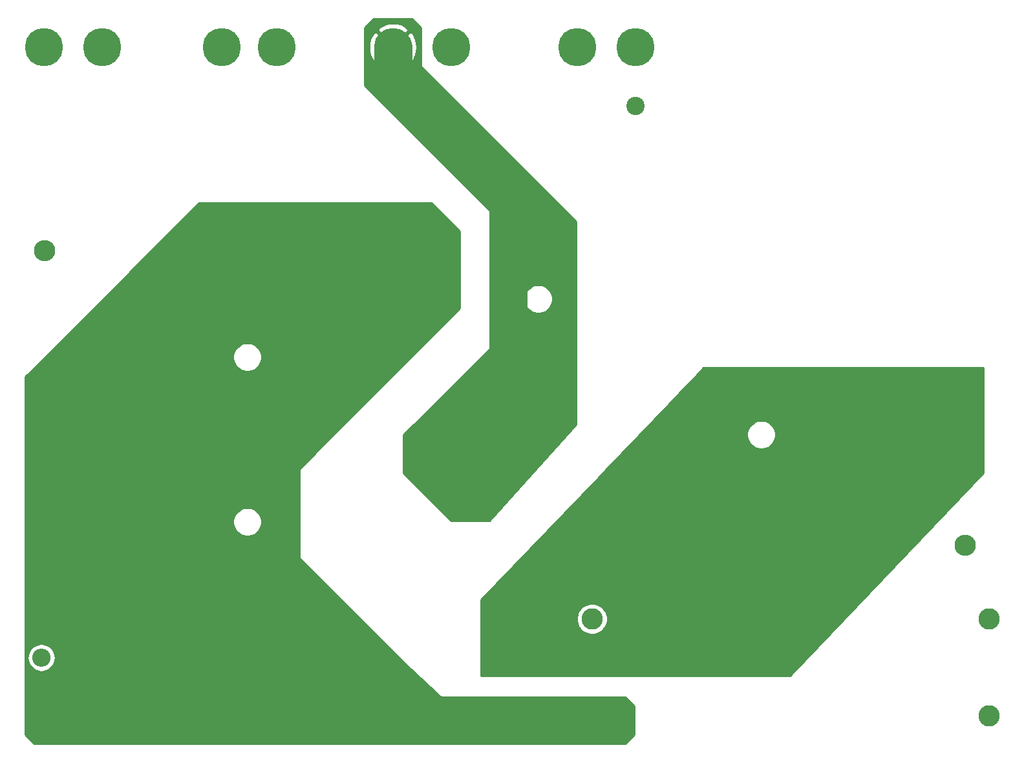
<source format=gbr>
G04 #@! TF.GenerationSoftware,KiCad,Pcbnew,(5.1.4)-1*
G04 #@! TF.CreationDate,2019-12-15T01:31:19-05:00*
G04 #@! TF.ProjectId,SolsticeXOver,536f6c73-7469-4636-9558-4f7665722e6b,rev?*
G04 #@! TF.SameCoordinates,Original*
G04 #@! TF.FileFunction,Copper,L1,Top*
G04 #@! TF.FilePolarity,Positive*
%FSLAX46Y46*%
G04 Gerber Fmt 4.6, Leading zero omitted, Abs format (unit mm)*
G04 Created by KiCad (PCBNEW (5.1.4)-1) date 2019-12-15 01:31:19*
%MOMM*%
%LPD*%
G04 APERTURE LIST*
%ADD10C,2.800000*%
%ADD11O,2.800000X2.800000*%
%ADD12C,2.400000*%
%ADD13O,2.400000X2.400000*%
%ADD14R,2.800000X2.800000*%
%ADD15R,2.400000X2.400000*%
%ADD16C,5.000000*%
%ADD17C,5.000000*%
%ADD18C,0.254000*%
G04 APERTURE END LIST*
D10*
X189230000Y-89640000D03*
D11*
X189230000Y-109740000D03*
D12*
X146050000Y-52150000D03*
D13*
X146050000Y-100150000D03*
D10*
X140370000Y-132080000D03*
X192370000Y-132080000D03*
X192370000Y-119380000D03*
X140370000Y-119380000D03*
D13*
X121700000Y-96520000D03*
D12*
X68700000Y-96520000D03*
D14*
X120650000Y-71120000D03*
D11*
X68650000Y-71120000D03*
D15*
X128270000Y-124460000D03*
D13*
X68270000Y-124460000D03*
D16*
X68580000Y-44450000D03*
X76200000Y-44450000D03*
X146050000Y-44450000D03*
X91875001Y-44455001D03*
X138430000Y-44450000D03*
X99060000Y-44450000D03*
X121920000Y-44450000D03*
X114300000Y-44450000D03*
D17*
X68700000Y-96520000D02*
X99650000Y-96520000D01*
X99650000Y-96520000D02*
X100330000Y-96520000D01*
X120650000Y-77520000D02*
X120650000Y-71120000D01*
X101650000Y-96520000D02*
X120650000Y-77520000D01*
X99650000Y-96520000D02*
X101650000Y-96520000D01*
X99650000Y-96520000D02*
X99650000Y-112350000D01*
X99650000Y-112350000D02*
X119380000Y-132080000D01*
X119380000Y-132080000D02*
X140370000Y-132080000D01*
X128270000Y-117930000D02*
X146050000Y-100150000D01*
X147429999Y-98950001D02*
X156740000Y-89640000D01*
X147249999Y-98950001D02*
X147429999Y-98950001D01*
X146050000Y-100150000D02*
X147249999Y-98950001D01*
X128270000Y-124460000D02*
X128270000Y-117930000D01*
X156740000Y-89640000D02*
X189230000Y-89640000D01*
X129399999Y-88820001D02*
X121700000Y-96520000D01*
X129399999Y-64629999D02*
X129399999Y-88820001D01*
X114300000Y-44450000D02*
X114300000Y-49530000D01*
X114300000Y-49530000D02*
X129399999Y-64629999D01*
D18*
G36*
X123063000Y-68632606D02*
G01*
X123063000Y-78687394D01*
X101510197Y-100240197D01*
X101494403Y-100259443D01*
X101482667Y-100281399D01*
X101475440Y-100305224D01*
X101473000Y-100330000D01*
X101473000Y-111760000D01*
X101475440Y-111784776D01*
X101482667Y-111808601D01*
X101494403Y-111830557D01*
X101513346Y-111852844D01*
X120563346Y-129632844D01*
X120583124Y-129647965D01*
X120605472Y-129658938D01*
X120629531Y-129665340D01*
X120650000Y-129667000D01*
X144727394Y-129667000D01*
X145923000Y-130862606D01*
X145923000Y-134567394D01*
X144727394Y-135763000D01*
X67362606Y-135763000D01*
X66167000Y-134567394D01*
X66167000Y-133500447D01*
X139129158Y-133500447D01*
X139273135Y-133805770D01*
X139630892Y-133986597D01*
X140017053Y-134094155D01*
X140416777Y-134124310D01*
X140814704Y-134075904D01*
X141195540Y-133950795D01*
X141466865Y-133805770D01*
X141610842Y-133500447D01*
X140370000Y-132259605D01*
X139129158Y-133500447D01*
X66167000Y-133500447D01*
X66167000Y-132126777D01*
X138325690Y-132126777D01*
X138374096Y-132524704D01*
X138499205Y-132905540D01*
X138644230Y-133176865D01*
X138949553Y-133320842D01*
X140190395Y-132080000D01*
X140549605Y-132080000D01*
X141790447Y-133320842D01*
X142095770Y-133176865D01*
X142276597Y-132819108D01*
X142384155Y-132432947D01*
X142414310Y-132033223D01*
X142365904Y-131635296D01*
X142240795Y-131254460D01*
X142095770Y-130983135D01*
X141790447Y-130839158D01*
X140549605Y-132080000D01*
X140190395Y-132080000D01*
X138949553Y-130839158D01*
X138644230Y-130983135D01*
X138463403Y-131340892D01*
X138355845Y-131727053D01*
X138325690Y-132126777D01*
X66167000Y-132126777D01*
X66167000Y-130659553D01*
X139129158Y-130659553D01*
X140370000Y-131900395D01*
X141610842Y-130659553D01*
X141466865Y-130354230D01*
X141109108Y-130173403D01*
X140722947Y-130065845D01*
X140323223Y-130035690D01*
X139925296Y-130084096D01*
X139544460Y-130209205D01*
X139273135Y-130354230D01*
X139129158Y-130659553D01*
X66167000Y-130659553D01*
X66167000Y-124460000D01*
X66426122Y-124460000D01*
X66461552Y-124819723D01*
X66566479Y-125165622D01*
X66736871Y-125484404D01*
X66966181Y-125763819D01*
X67245596Y-125993129D01*
X67564378Y-126163521D01*
X67910277Y-126268448D01*
X68179861Y-126295000D01*
X68360139Y-126295000D01*
X68629723Y-126268448D01*
X68975622Y-126163521D01*
X69294404Y-125993129D01*
X69573819Y-125763819D01*
X69803129Y-125484404D01*
X69973521Y-125165622D01*
X70078448Y-124819723D01*
X70113878Y-124460000D01*
X70078448Y-124100277D01*
X69973521Y-123754378D01*
X69803129Y-123435596D01*
X69573819Y-123156181D01*
X69294404Y-122926871D01*
X68975622Y-122756479D01*
X68629723Y-122651552D01*
X68360139Y-122625000D01*
X68179861Y-122625000D01*
X67910277Y-122651552D01*
X67564378Y-122756479D01*
X67245596Y-122926871D01*
X66966181Y-123156181D01*
X66736871Y-123435596D01*
X66566479Y-123754378D01*
X66461552Y-124100277D01*
X66426122Y-124460000D01*
X66167000Y-124460000D01*
X66167000Y-106494344D01*
X93365000Y-106494344D01*
X93365000Y-106865656D01*
X93437439Y-107229834D01*
X93579534Y-107572882D01*
X93785825Y-107881618D01*
X94048382Y-108144175D01*
X94357118Y-108350466D01*
X94700166Y-108492561D01*
X95064344Y-108565000D01*
X95435656Y-108565000D01*
X95799834Y-108492561D01*
X96142882Y-108350466D01*
X96451618Y-108144175D01*
X96714175Y-107881618D01*
X96920466Y-107572882D01*
X97062561Y-107229834D01*
X97135000Y-106865656D01*
X97135000Y-106494344D01*
X97062561Y-106130166D01*
X96920466Y-105787118D01*
X96714175Y-105478382D01*
X96451618Y-105215825D01*
X96142882Y-105009534D01*
X95799834Y-104867439D01*
X95435656Y-104795000D01*
X95064344Y-104795000D01*
X94700166Y-104867439D01*
X94357118Y-105009534D01*
X94048382Y-105215825D01*
X93785825Y-105478382D01*
X93579534Y-105787118D01*
X93437439Y-106130166D01*
X93365000Y-106494344D01*
X66167000Y-106494344D01*
X66167000Y-97797980D01*
X67601626Y-97797980D01*
X67721514Y-98082836D01*
X68045210Y-98243699D01*
X68394069Y-98338322D01*
X68754684Y-98363067D01*
X69113198Y-98316985D01*
X69455833Y-98201846D01*
X69678486Y-98082836D01*
X69798374Y-97797980D01*
X68700000Y-96699605D01*
X67601626Y-97797980D01*
X66167000Y-97797980D01*
X66167000Y-96574684D01*
X66856933Y-96574684D01*
X66903015Y-96933198D01*
X67018154Y-97275833D01*
X67137164Y-97498486D01*
X67422020Y-97618374D01*
X68520395Y-96520000D01*
X68879605Y-96520000D01*
X69977980Y-97618374D01*
X70262836Y-97498486D01*
X70423699Y-97174790D01*
X70518322Y-96825931D01*
X70543067Y-96465316D01*
X70496985Y-96106802D01*
X70381846Y-95764167D01*
X70262836Y-95541514D01*
X69977980Y-95421626D01*
X68879605Y-96520000D01*
X68520395Y-96520000D01*
X67422020Y-95421626D01*
X67137164Y-95541514D01*
X66976301Y-95865210D01*
X66881678Y-96214069D01*
X66856933Y-96574684D01*
X66167000Y-96574684D01*
X66167000Y-95242020D01*
X67601626Y-95242020D01*
X68700000Y-96340395D01*
X69798374Y-95242020D01*
X69678486Y-94957164D01*
X69354790Y-94796301D01*
X69005931Y-94701678D01*
X68645316Y-94676933D01*
X68286802Y-94723015D01*
X67944167Y-94838154D01*
X67721514Y-94957164D01*
X67601626Y-95242020D01*
X66167000Y-95242020D01*
X66167000Y-87682606D01*
X68945262Y-84904344D01*
X93365000Y-84904344D01*
X93365000Y-85275656D01*
X93437439Y-85639834D01*
X93579534Y-85982882D01*
X93785825Y-86291618D01*
X94048382Y-86554175D01*
X94357118Y-86760466D01*
X94700166Y-86902561D01*
X95064344Y-86975000D01*
X95435656Y-86975000D01*
X95799834Y-86902561D01*
X96142882Y-86760466D01*
X96451618Y-86554175D01*
X96714175Y-86291618D01*
X96920466Y-85982882D01*
X97062561Y-85639834D01*
X97135000Y-85275656D01*
X97135000Y-84904344D01*
X97062561Y-84540166D01*
X96920466Y-84197118D01*
X96714175Y-83888382D01*
X96451618Y-83625825D01*
X96142882Y-83419534D01*
X95799834Y-83277439D01*
X95435656Y-83205000D01*
X95064344Y-83205000D01*
X94700166Y-83277439D01*
X94357118Y-83419534D01*
X94048382Y-83625825D01*
X93785825Y-83888382D01*
X93579534Y-84197118D01*
X93437439Y-84540166D01*
X93365000Y-84904344D01*
X68945262Y-84904344D01*
X81329606Y-72520000D01*
X118611928Y-72520000D01*
X118624188Y-72644482D01*
X118660498Y-72764180D01*
X118719463Y-72874494D01*
X118798815Y-72971185D01*
X118895506Y-73050537D01*
X119005820Y-73109502D01*
X119125518Y-73145812D01*
X119250000Y-73158072D01*
X120364250Y-73155000D01*
X120523000Y-72996250D01*
X120523000Y-71247000D01*
X120777000Y-71247000D01*
X120777000Y-72996250D01*
X120935750Y-73155000D01*
X122050000Y-73158072D01*
X122174482Y-73145812D01*
X122294180Y-73109502D01*
X122404494Y-73050537D01*
X122501185Y-72971185D01*
X122580537Y-72874494D01*
X122639502Y-72764180D01*
X122675812Y-72644482D01*
X122688072Y-72520000D01*
X122685000Y-71405750D01*
X122526250Y-71247000D01*
X120777000Y-71247000D01*
X120523000Y-71247000D01*
X118773750Y-71247000D01*
X118615000Y-71405750D01*
X118611928Y-72520000D01*
X81329606Y-72520000D01*
X84129606Y-69720000D01*
X118611928Y-69720000D01*
X118615000Y-70834250D01*
X118773750Y-70993000D01*
X120523000Y-70993000D01*
X120523000Y-69243750D01*
X120777000Y-69243750D01*
X120777000Y-70993000D01*
X122526250Y-70993000D01*
X122685000Y-70834250D01*
X122688072Y-69720000D01*
X122675812Y-69595518D01*
X122639502Y-69475820D01*
X122580537Y-69365506D01*
X122501185Y-69268815D01*
X122404494Y-69189463D01*
X122294180Y-69130498D01*
X122174482Y-69094188D01*
X122050000Y-69081928D01*
X120935750Y-69085000D01*
X120777000Y-69243750D01*
X120523000Y-69243750D01*
X120364250Y-69085000D01*
X119250000Y-69081928D01*
X119125518Y-69094188D01*
X119005820Y-69130498D01*
X118895506Y-69189463D01*
X118798815Y-69268815D01*
X118719463Y-69365506D01*
X118660498Y-69475820D01*
X118624188Y-69595518D01*
X118611928Y-69720000D01*
X84129606Y-69720000D01*
X88952606Y-64897000D01*
X119327394Y-64897000D01*
X123063000Y-68632606D01*
X123063000Y-68632606D01*
G37*
X123063000Y-68632606D02*
X123063000Y-78687394D01*
X101510197Y-100240197D01*
X101494403Y-100259443D01*
X101482667Y-100281399D01*
X101475440Y-100305224D01*
X101473000Y-100330000D01*
X101473000Y-111760000D01*
X101475440Y-111784776D01*
X101482667Y-111808601D01*
X101494403Y-111830557D01*
X101513346Y-111852844D01*
X120563346Y-129632844D01*
X120583124Y-129647965D01*
X120605472Y-129658938D01*
X120629531Y-129665340D01*
X120650000Y-129667000D01*
X144727394Y-129667000D01*
X145923000Y-130862606D01*
X145923000Y-134567394D01*
X144727394Y-135763000D01*
X67362606Y-135763000D01*
X66167000Y-134567394D01*
X66167000Y-133500447D01*
X139129158Y-133500447D01*
X139273135Y-133805770D01*
X139630892Y-133986597D01*
X140017053Y-134094155D01*
X140416777Y-134124310D01*
X140814704Y-134075904D01*
X141195540Y-133950795D01*
X141466865Y-133805770D01*
X141610842Y-133500447D01*
X140370000Y-132259605D01*
X139129158Y-133500447D01*
X66167000Y-133500447D01*
X66167000Y-132126777D01*
X138325690Y-132126777D01*
X138374096Y-132524704D01*
X138499205Y-132905540D01*
X138644230Y-133176865D01*
X138949553Y-133320842D01*
X140190395Y-132080000D01*
X140549605Y-132080000D01*
X141790447Y-133320842D01*
X142095770Y-133176865D01*
X142276597Y-132819108D01*
X142384155Y-132432947D01*
X142414310Y-132033223D01*
X142365904Y-131635296D01*
X142240795Y-131254460D01*
X142095770Y-130983135D01*
X141790447Y-130839158D01*
X140549605Y-132080000D01*
X140190395Y-132080000D01*
X138949553Y-130839158D01*
X138644230Y-130983135D01*
X138463403Y-131340892D01*
X138355845Y-131727053D01*
X138325690Y-132126777D01*
X66167000Y-132126777D01*
X66167000Y-130659553D01*
X139129158Y-130659553D01*
X140370000Y-131900395D01*
X141610842Y-130659553D01*
X141466865Y-130354230D01*
X141109108Y-130173403D01*
X140722947Y-130065845D01*
X140323223Y-130035690D01*
X139925296Y-130084096D01*
X139544460Y-130209205D01*
X139273135Y-130354230D01*
X139129158Y-130659553D01*
X66167000Y-130659553D01*
X66167000Y-124460000D01*
X66426122Y-124460000D01*
X66461552Y-124819723D01*
X66566479Y-125165622D01*
X66736871Y-125484404D01*
X66966181Y-125763819D01*
X67245596Y-125993129D01*
X67564378Y-126163521D01*
X67910277Y-126268448D01*
X68179861Y-126295000D01*
X68360139Y-126295000D01*
X68629723Y-126268448D01*
X68975622Y-126163521D01*
X69294404Y-125993129D01*
X69573819Y-125763819D01*
X69803129Y-125484404D01*
X69973521Y-125165622D01*
X70078448Y-124819723D01*
X70113878Y-124460000D01*
X70078448Y-124100277D01*
X69973521Y-123754378D01*
X69803129Y-123435596D01*
X69573819Y-123156181D01*
X69294404Y-122926871D01*
X68975622Y-122756479D01*
X68629723Y-122651552D01*
X68360139Y-122625000D01*
X68179861Y-122625000D01*
X67910277Y-122651552D01*
X67564378Y-122756479D01*
X67245596Y-122926871D01*
X66966181Y-123156181D01*
X66736871Y-123435596D01*
X66566479Y-123754378D01*
X66461552Y-124100277D01*
X66426122Y-124460000D01*
X66167000Y-124460000D01*
X66167000Y-106494344D01*
X93365000Y-106494344D01*
X93365000Y-106865656D01*
X93437439Y-107229834D01*
X93579534Y-107572882D01*
X93785825Y-107881618D01*
X94048382Y-108144175D01*
X94357118Y-108350466D01*
X94700166Y-108492561D01*
X95064344Y-108565000D01*
X95435656Y-108565000D01*
X95799834Y-108492561D01*
X96142882Y-108350466D01*
X96451618Y-108144175D01*
X96714175Y-107881618D01*
X96920466Y-107572882D01*
X97062561Y-107229834D01*
X97135000Y-106865656D01*
X97135000Y-106494344D01*
X97062561Y-106130166D01*
X96920466Y-105787118D01*
X96714175Y-105478382D01*
X96451618Y-105215825D01*
X96142882Y-105009534D01*
X95799834Y-104867439D01*
X95435656Y-104795000D01*
X95064344Y-104795000D01*
X94700166Y-104867439D01*
X94357118Y-105009534D01*
X94048382Y-105215825D01*
X93785825Y-105478382D01*
X93579534Y-105787118D01*
X93437439Y-106130166D01*
X93365000Y-106494344D01*
X66167000Y-106494344D01*
X66167000Y-97797980D01*
X67601626Y-97797980D01*
X67721514Y-98082836D01*
X68045210Y-98243699D01*
X68394069Y-98338322D01*
X68754684Y-98363067D01*
X69113198Y-98316985D01*
X69455833Y-98201846D01*
X69678486Y-98082836D01*
X69798374Y-97797980D01*
X68700000Y-96699605D01*
X67601626Y-97797980D01*
X66167000Y-97797980D01*
X66167000Y-96574684D01*
X66856933Y-96574684D01*
X66903015Y-96933198D01*
X67018154Y-97275833D01*
X67137164Y-97498486D01*
X67422020Y-97618374D01*
X68520395Y-96520000D01*
X68879605Y-96520000D01*
X69977980Y-97618374D01*
X70262836Y-97498486D01*
X70423699Y-97174790D01*
X70518322Y-96825931D01*
X70543067Y-96465316D01*
X70496985Y-96106802D01*
X70381846Y-95764167D01*
X70262836Y-95541514D01*
X69977980Y-95421626D01*
X68879605Y-96520000D01*
X68520395Y-96520000D01*
X67422020Y-95421626D01*
X67137164Y-95541514D01*
X66976301Y-95865210D01*
X66881678Y-96214069D01*
X66856933Y-96574684D01*
X66167000Y-96574684D01*
X66167000Y-95242020D01*
X67601626Y-95242020D01*
X68700000Y-96340395D01*
X69798374Y-95242020D01*
X69678486Y-94957164D01*
X69354790Y-94796301D01*
X69005931Y-94701678D01*
X68645316Y-94676933D01*
X68286802Y-94723015D01*
X67944167Y-94838154D01*
X67721514Y-94957164D01*
X67601626Y-95242020D01*
X66167000Y-95242020D01*
X66167000Y-87682606D01*
X68945262Y-84904344D01*
X93365000Y-84904344D01*
X93365000Y-85275656D01*
X93437439Y-85639834D01*
X93579534Y-85982882D01*
X93785825Y-86291618D01*
X94048382Y-86554175D01*
X94357118Y-86760466D01*
X94700166Y-86902561D01*
X95064344Y-86975000D01*
X95435656Y-86975000D01*
X95799834Y-86902561D01*
X96142882Y-86760466D01*
X96451618Y-86554175D01*
X96714175Y-86291618D01*
X96920466Y-85982882D01*
X97062561Y-85639834D01*
X97135000Y-85275656D01*
X97135000Y-84904344D01*
X97062561Y-84540166D01*
X96920466Y-84197118D01*
X96714175Y-83888382D01*
X96451618Y-83625825D01*
X96142882Y-83419534D01*
X95799834Y-83277439D01*
X95435656Y-83205000D01*
X95064344Y-83205000D01*
X94700166Y-83277439D01*
X94357118Y-83419534D01*
X94048382Y-83625825D01*
X93785825Y-83888382D01*
X93579534Y-84197118D01*
X93437439Y-84540166D01*
X93365000Y-84904344D01*
X68945262Y-84904344D01*
X81329606Y-72520000D01*
X118611928Y-72520000D01*
X118624188Y-72644482D01*
X118660498Y-72764180D01*
X118719463Y-72874494D01*
X118798815Y-72971185D01*
X118895506Y-73050537D01*
X119005820Y-73109502D01*
X119125518Y-73145812D01*
X119250000Y-73158072D01*
X120364250Y-73155000D01*
X120523000Y-72996250D01*
X120523000Y-71247000D01*
X120777000Y-71247000D01*
X120777000Y-72996250D01*
X120935750Y-73155000D01*
X122050000Y-73158072D01*
X122174482Y-73145812D01*
X122294180Y-73109502D01*
X122404494Y-73050537D01*
X122501185Y-72971185D01*
X122580537Y-72874494D01*
X122639502Y-72764180D01*
X122675812Y-72644482D01*
X122688072Y-72520000D01*
X122685000Y-71405750D01*
X122526250Y-71247000D01*
X120777000Y-71247000D01*
X120523000Y-71247000D01*
X118773750Y-71247000D01*
X118615000Y-71405750D01*
X118611928Y-72520000D01*
X81329606Y-72520000D01*
X84129606Y-69720000D01*
X118611928Y-69720000D01*
X118615000Y-70834250D01*
X118773750Y-70993000D01*
X120523000Y-70993000D01*
X120523000Y-69243750D01*
X120777000Y-69243750D01*
X120777000Y-70993000D01*
X122526250Y-70993000D01*
X122685000Y-70834250D01*
X122688072Y-69720000D01*
X122675812Y-69595518D01*
X122639502Y-69475820D01*
X122580537Y-69365506D01*
X122501185Y-69268815D01*
X122404494Y-69189463D01*
X122294180Y-69130498D01*
X122174482Y-69094188D01*
X122050000Y-69081928D01*
X120935750Y-69085000D01*
X120777000Y-69243750D01*
X120523000Y-69243750D01*
X120364250Y-69085000D01*
X119250000Y-69081928D01*
X119125518Y-69094188D01*
X119005820Y-69130498D01*
X118895506Y-69189463D01*
X118798815Y-69268815D01*
X118719463Y-69365506D01*
X118660498Y-69475820D01*
X118624188Y-69595518D01*
X118611928Y-69720000D01*
X84129606Y-69720000D01*
X88952606Y-64897000D01*
X119327394Y-64897000D01*
X123063000Y-68632606D01*
G36*
X191643000Y-100279200D02*
G01*
X166315571Y-126873000D01*
X125857000Y-126873000D01*
X125857000Y-125660000D01*
X126431928Y-125660000D01*
X126444188Y-125784482D01*
X126480498Y-125904180D01*
X126539463Y-126014494D01*
X126618815Y-126111185D01*
X126715506Y-126190537D01*
X126825820Y-126249502D01*
X126945518Y-126285812D01*
X127070000Y-126298072D01*
X127984250Y-126295000D01*
X128143000Y-126136250D01*
X128143000Y-124587000D01*
X128397000Y-124587000D01*
X128397000Y-126136250D01*
X128555750Y-126295000D01*
X129470000Y-126298072D01*
X129594482Y-126285812D01*
X129714180Y-126249502D01*
X129824494Y-126190537D01*
X129921185Y-126111185D01*
X130000537Y-126014494D01*
X130059502Y-125904180D01*
X130095812Y-125784482D01*
X130108072Y-125660000D01*
X130105000Y-124745750D01*
X129946250Y-124587000D01*
X128397000Y-124587000D01*
X128143000Y-124587000D01*
X126593750Y-124587000D01*
X126435000Y-124745750D01*
X126431928Y-125660000D01*
X125857000Y-125660000D01*
X125857000Y-123260000D01*
X126431928Y-123260000D01*
X126435000Y-124174250D01*
X126593750Y-124333000D01*
X128143000Y-124333000D01*
X128143000Y-122783750D01*
X128397000Y-122783750D01*
X128397000Y-124333000D01*
X129946250Y-124333000D01*
X130105000Y-124174250D01*
X130108072Y-123260000D01*
X130095812Y-123135518D01*
X130059502Y-123015820D01*
X130000537Y-122905506D01*
X129921185Y-122808815D01*
X129824494Y-122729463D01*
X129714180Y-122670498D01*
X129594482Y-122634188D01*
X129470000Y-122621928D01*
X128555750Y-122625000D01*
X128397000Y-122783750D01*
X128143000Y-122783750D01*
X127984250Y-122625000D01*
X127070000Y-122621928D01*
X126945518Y-122634188D01*
X126825820Y-122670498D01*
X126715506Y-122729463D01*
X126618815Y-122808815D01*
X126539463Y-122905506D01*
X126480498Y-123015820D01*
X126444188Y-123135518D01*
X126431928Y-123260000D01*
X125857000Y-123260000D01*
X125857000Y-119179570D01*
X138335000Y-119179570D01*
X138335000Y-119580430D01*
X138413204Y-119973587D01*
X138566607Y-120343934D01*
X138789313Y-120677237D01*
X139072763Y-120960687D01*
X139406066Y-121183393D01*
X139776413Y-121336796D01*
X140169570Y-121415000D01*
X140570430Y-121415000D01*
X140963587Y-121336796D01*
X141333934Y-121183393D01*
X141667237Y-120960687D01*
X141950687Y-120677237D01*
X142173393Y-120343934D01*
X142326796Y-119973587D01*
X142405000Y-119580430D01*
X142405000Y-119179570D01*
X142326796Y-118786413D01*
X142173393Y-118416066D01*
X141950687Y-118082763D01*
X141667237Y-117799313D01*
X141333934Y-117576607D01*
X140963587Y-117423204D01*
X140570430Y-117345000D01*
X140169570Y-117345000D01*
X139776413Y-117423204D01*
X139406066Y-117576607D01*
X139072763Y-117799313D01*
X138789313Y-118082763D01*
X138566607Y-118416066D01*
X138413204Y-118786413D01*
X138335000Y-119179570D01*
X125857000Y-119179570D01*
X125857000Y-116891030D01*
X141505839Y-100561806D01*
X144261801Y-100561806D01*
X144376500Y-100902754D01*
X144555511Y-101214774D01*
X144791954Y-101485875D01*
X145076743Y-101705639D01*
X145398934Y-101865621D01*
X145638195Y-101938195D01*
X145923000Y-101821432D01*
X145923000Y-100277000D01*
X146177000Y-100277000D01*
X146177000Y-101821432D01*
X146461805Y-101938195D01*
X146701066Y-101865621D01*
X147023257Y-101705639D01*
X147308046Y-101485875D01*
X147544489Y-101214774D01*
X147723500Y-100902754D01*
X147838199Y-100561806D01*
X147721854Y-100277000D01*
X146177000Y-100277000D01*
X145923000Y-100277000D01*
X144378146Y-100277000D01*
X144261801Y-100561806D01*
X141505839Y-100561806D01*
X142295133Y-99738194D01*
X144261801Y-99738194D01*
X144378146Y-100023000D01*
X145923000Y-100023000D01*
X145923000Y-98478568D01*
X146177000Y-98478568D01*
X146177000Y-100023000D01*
X147721854Y-100023000D01*
X147838199Y-99738194D01*
X147723500Y-99397246D01*
X147544489Y-99085226D01*
X147308046Y-98814125D01*
X147023257Y-98594361D01*
X146701066Y-98434379D01*
X146461805Y-98361805D01*
X146177000Y-98478568D01*
X145923000Y-98478568D01*
X145638195Y-98361805D01*
X145398934Y-98434379D01*
X145076743Y-98594361D01*
X144791954Y-98814125D01*
X144555511Y-99085226D01*
X144376500Y-99397246D01*
X144261801Y-99738194D01*
X142295133Y-99738194D01*
X146774239Y-95064344D01*
X160675000Y-95064344D01*
X160675000Y-95435656D01*
X160747439Y-95799834D01*
X160889534Y-96142882D01*
X161095825Y-96451618D01*
X161358382Y-96714175D01*
X161667118Y-96920466D01*
X162010166Y-97062561D01*
X162374344Y-97135000D01*
X162745656Y-97135000D01*
X163109834Y-97062561D01*
X163452882Y-96920466D01*
X163761618Y-96714175D01*
X164024175Y-96451618D01*
X164230466Y-96142882D01*
X164372561Y-95799834D01*
X164445000Y-95435656D01*
X164445000Y-95064344D01*
X164372561Y-94700166D01*
X164230466Y-94357118D01*
X164024175Y-94048382D01*
X163761618Y-93785825D01*
X163452882Y-93579534D01*
X163109834Y-93437439D01*
X162745656Y-93365000D01*
X162374344Y-93365000D01*
X162010166Y-93437439D01*
X161667118Y-93579534D01*
X161358382Y-93785825D01*
X161095825Y-94048382D01*
X160889534Y-94357118D01*
X160747439Y-94700166D01*
X160675000Y-95064344D01*
X146774239Y-95064344D01*
X150611307Y-91060447D01*
X187989158Y-91060447D01*
X188133135Y-91365770D01*
X188490892Y-91546597D01*
X188877053Y-91654155D01*
X189276777Y-91684310D01*
X189674704Y-91635904D01*
X190055540Y-91510795D01*
X190326865Y-91365770D01*
X190470842Y-91060447D01*
X189230000Y-89819605D01*
X187989158Y-91060447D01*
X150611307Y-91060447D01*
X151927741Y-89686777D01*
X187185690Y-89686777D01*
X187234096Y-90084704D01*
X187359205Y-90465540D01*
X187504230Y-90736865D01*
X187809553Y-90880842D01*
X189050395Y-89640000D01*
X189409605Y-89640000D01*
X190650447Y-90880842D01*
X190955770Y-90736865D01*
X191136597Y-90379108D01*
X191244155Y-89992947D01*
X191274310Y-89593223D01*
X191225904Y-89195296D01*
X191100795Y-88814460D01*
X190955770Y-88543135D01*
X190650447Y-88399158D01*
X189409605Y-89640000D01*
X189050395Y-89640000D01*
X187809553Y-88399158D01*
X187504230Y-88543135D01*
X187323403Y-88900892D01*
X187215845Y-89287053D01*
X187185690Y-89686777D01*
X151927741Y-89686777D01*
X153333831Y-88219553D01*
X187989158Y-88219553D01*
X189230000Y-89460395D01*
X190470842Y-88219553D01*
X190326865Y-87914230D01*
X189969108Y-87733403D01*
X189582947Y-87625845D01*
X189183223Y-87595690D01*
X188785296Y-87644096D01*
X188404460Y-87769205D01*
X188133135Y-87914230D01*
X187989158Y-88219553D01*
X153333831Y-88219553D01*
X154994195Y-86487000D01*
X191643000Y-86487000D01*
X191643000Y-100279200D01*
X191643000Y-100279200D01*
G37*
X191643000Y-100279200D02*
X166315571Y-126873000D01*
X125857000Y-126873000D01*
X125857000Y-125660000D01*
X126431928Y-125660000D01*
X126444188Y-125784482D01*
X126480498Y-125904180D01*
X126539463Y-126014494D01*
X126618815Y-126111185D01*
X126715506Y-126190537D01*
X126825820Y-126249502D01*
X126945518Y-126285812D01*
X127070000Y-126298072D01*
X127984250Y-126295000D01*
X128143000Y-126136250D01*
X128143000Y-124587000D01*
X128397000Y-124587000D01*
X128397000Y-126136250D01*
X128555750Y-126295000D01*
X129470000Y-126298072D01*
X129594482Y-126285812D01*
X129714180Y-126249502D01*
X129824494Y-126190537D01*
X129921185Y-126111185D01*
X130000537Y-126014494D01*
X130059502Y-125904180D01*
X130095812Y-125784482D01*
X130108072Y-125660000D01*
X130105000Y-124745750D01*
X129946250Y-124587000D01*
X128397000Y-124587000D01*
X128143000Y-124587000D01*
X126593750Y-124587000D01*
X126435000Y-124745750D01*
X126431928Y-125660000D01*
X125857000Y-125660000D01*
X125857000Y-123260000D01*
X126431928Y-123260000D01*
X126435000Y-124174250D01*
X126593750Y-124333000D01*
X128143000Y-124333000D01*
X128143000Y-122783750D01*
X128397000Y-122783750D01*
X128397000Y-124333000D01*
X129946250Y-124333000D01*
X130105000Y-124174250D01*
X130108072Y-123260000D01*
X130095812Y-123135518D01*
X130059502Y-123015820D01*
X130000537Y-122905506D01*
X129921185Y-122808815D01*
X129824494Y-122729463D01*
X129714180Y-122670498D01*
X129594482Y-122634188D01*
X129470000Y-122621928D01*
X128555750Y-122625000D01*
X128397000Y-122783750D01*
X128143000Y-122783750D01*
X127984250Y-122625000D01*
X127070000Y-122621928D01*
X126945518Y-122634188D01*
X126825820Y-122670498D01*
X126715506Y-122729463D01*
X126618815Y-122808815D01*
X126539463Y-122905506D01*
X126480498Y-123015820D01*
X126444188Y-123135518D01*
X126431928Y-123260000D01*
X125857000Y-123260000D01*
X125857000Y-119179570D01*
X138335000Y-119179570D01*
X138335000Y-119580430D01*
X138413204Y-119973587D01*
X138566607Y-120343934D01*
X138789313Y-120677237D01*
X139072763Y-120960687D01*
X139406066Y-121183393D01*
X139776413Y-121336796D01*
X140169570Y-121415000D01*
X140570430Y-121415000D01*
X140963587Y-121336796D01*
X141333934Y-121183393D01*
X141667237Y-120960687D01*
X141950687Y-120677237D01*
X142173393Y-120343934D01*
X142326796Y-119973587D01*
X142405000Y-119580430D01*
X142405000Y-119179570D01*
X142326796Y-118786413D01*
X142173393Y-118416066D01*
X141950687Y-118082763D01*
X141667237Y-117799313D01*
X141333934Y-117576607D01*
X140963587Y-117423204D01*
X140570430Y-117345000D01*
X140169570Y-117345000D01*
X139776413Y-117423204D01*
X139406066Y-117576607D01*
X139072763Y-117799313D01*
X138789313Y-118082763D01*
X138566607Y-118416066D01*
X138413204Y-118786413D01*
X138335000Y-119179570D01*
X125857000Y-119179570D01*
X125857000Y-116891030D01*
X141505839Y-100561806D01*
X144261801Y-100561806D01*
X144376500Y-100902754D01*
X144555511Y-101214774D01*
X144791954Y-101485875D01*
X145076743Y-101705639D01*
X145398934Y-101865621D01*
X145638195Y-101938195D01*
X145923000Y-101821432D01*
X145923000Y-100277000D01*
X146177000Y-100277000D01*
X146177000Y-101821432D01*
X146461805Y-101938195D01*
X146701066Y-101865621D01*
X147023257Y-101705639D01*
X147308046Y-101485875D01*
X147544489Y-101214774D01*
X147723500Y-100902754D01*
X147838199Y-100561806D01*
X147721854Y-100277000D01*
X146177000Y-100277000D01*
X145923000Y-100277000D01*
X144378146Y-100277000D01*
X144261801Y-100561806D01*
X141505839Y-100561806D01*
X142295133Y-99738194D01*
X144261801Y-99738194D01*
X144378146Y-100023000D01*
X145923000Y-100023000D01*
X145923000Y-98478568D01*
X146177000Y-98478568D01*
X146177000Y-100023000D01*
X147721854Y-100023000D01*
X147838199Y-99738194D01*
X147723500Y-99397246D01*
X147544489Y-99085226D01*
X147308046Y-98814125D01*
X147023257Y-98594361D01*
X146701066Y-98434379D01*
X146461805Y-98361805D01*
X146177000Y-98478568D01*
X145923000Y-98478568D01*
X145638195Y-98361805D01*
X145398934Y-98434379D01*
X145076743Y-98594361D01*
X144791954Y-98814125D01*
X144555511Y-99085226D01*
X144376500Y-99397246D01*
X144261801Y-99738194D01*
X142295133Y-99738194D01*
X146774239Y-95064344D01*
X160675000Y-95064344D01*
X160675000Y-95435656D01*
X160747439Y-95799834D01*
X160889534Y-96142882D01*
X161095825Y-96451618D01*
X161358382Y-96714175D01*
X161667118Y-96920466D01*
X162010166Y-97062561D01*
X162374344Y-97135000D01*
X162745656Y-97135000D01*
X163109834Y-97062561D01*
X163452882Y-96920466D01*
X163761618Y-96714175D01*
X164024175Y-96451618D01*
X164230466Y-96142882D01*
X164372561Y-95799834D01*
X164445000Y-95435656D01*
X164445000Y-95064344D01*
X164372561Y-94700166D01*
X164230466Y-94357118D01*
X164024175Y-94048382D01*
X163761618Y-93785825D01*
X163452882Y-93579534D01*
X163109834Y-93437439D01*
X162745656Y-93365000D01*
X162374344Y-93365000D01*
X162010166Y-93437439D01*
X161667118Y-93579534D01*
X161358382Y-93785825D01*
X161095825Y-94048382D01*
X160889534Y-94357118D01*
X160747439Y-94700166D01*
X160675000Y-95064344D01*
X146774239Y-95064344D01*
X150611307Y-91060447D01*
X187989158Y-91060447D01*
X188133135Y-91365770D01*
X188490892Y-91546597D01*
X188877053Y-91654155D01*
X189276777Y-91684310D01*
X189674704Y-91635904D01*
X190055540Y-91510795D01*
X190326865Y-91365770D01*
X190470842Y-91060447D01*
X189230000Y-89819605D01*
X187989158Y-91060447D01*
X150611307Y-91060447D01*
X151927741Y-89686777D01*
X187185690Y-89686777D01*
X187234096Y-90084704D01*
X187359205Y-90465540D01*
X187504230Y-90736865D01*
X187809553Y-90880842D01*
X189050395Y-89640000D01*
X189409605Y-89640000D01*
X190650447Y-90880842D01*
X190955770Y-90736865D01*
X191136597Y-90379108D01*
X191244155Y-89992947D01*
X191274310Y-89593223D01*
X191225904Y-89195296D01*
X191100795Y-88814460D01*
X190955770Y-88543135D01*
X190650447Y-88399158D01*
X189409605Y-89640000D01*
X189050395Y-89640000D01*
X187809553Y-88399158D01*
X187504230Y-88543135D01*
X187323403Y-88900892D01*
X187215845Y-89287053D01*
X187185690Y-89686777D01*
X151927741Y-89686777D01*
X153333831Y-88219553D01*
X187989158Y-88219553D01*
X189230000Y-89460395D01*
X190470842Y-88219553D01*
X190326865Y-87914230D01*
X189969108Y-87733403D01*
X189582947Y-87625845D01*
X189183223Y-87595690D01*
X188785296Y-87644096D01*
X188404460Y-87769205D01*
X188133135Y-87914230D01*
X187989158Y-88219553D01*
X153333831Y-88219553D01*
X154994195Y-86487000D01*
X191643000Y-86487000D01*
X191643000Y-100279200D01*
G36*
X117983000Y-41962606D02*
G01*
X117983000Y-46990000D01*
X117985440Y-47014776D01*
X117992667Y-47038601D01*
X118004403Y-47060557D01*
X118020197Y-47079803D01*
X138303000Y-67362606D01*
X138303000Y-93931265D01*
X126943439Y-106553000D01*
X121972606Y-106553000D01*
X115697000Y-100277394D01*
X115697000Y-96931805D01*
X119911805Y-96931805D01*
X119984379Y-97171066D01*
X120144361Y-97493257D01*
X120364125Y-97778046D01*
X120635226Y-98014489D01*
X120947246Y-98193500D01*
X121288194Y-98308199D01*
X121573000Y-98191854D01*
X121573000Y-96647000D01*
X121827000Y-96647000D01*
X121827000Y-98191854D01*
X122111806Y-98308199D01*
X122452754Y-98193500D01*
X122764774Y-98014489D01*
X123035875Y-97778046D01*
X123255639Y-97493257D01*
X123415621Y-97171066D01*
X123488195Y-96931805D01*
X123371432Y-96647000D01*
X121827000Y-96647000D01*
X121573000Y-96647000D01*
X120028568Y-96647000D01*
X119911805Y-96931805D01*
X115697000Y-96931805D01*
X115697000Y-96108195D01*
X119911805Y-96108195D01*
X120028568Y-96393000D01*
X121573000Y-96393000D01*
X121573000Y-94848146D01*
X121827000Y-94848146D01*
X121827000Y-96393000D01*
X123371432Y-96393000D01*
X123488195Y-96108195D01*
X123415621Y-95868934D01*
X123255639Y-95546743D01*
X123035875Y-95261954D01*
X122764774Y-95025511D01*
X122452754Y-94846500D01*
X122111806Y-94731801D01*
X121827000Y-94848146D01*
X121573000Y-94848146D01*
X121288194Y-94731801D01*
X120947246Y-94846500D01*
X120635226Y-95025511D01*
X120364125Y-95261954D01*
X120144361Y-95546743D01*
X119984379Y-95868934D01*
X119911805Y-96108195D01*
X115697000Y-96108195D01*
X115697000Y-95302606D01*
X127089803Y-83909803D01*
X127105597Y-83890557D01*
X127117333Y-83868601D01*
X127124560Y-83844776D01*
X127127000Y-83820000D01*
X127127000Y-77284344D01*
X131465000Y-77284344D01*
X131465000Y-77655656D01*
X131537439Y-78019834D01*
X131679534Y-78362882D01*
X131885825Y-78671618D01*
X132148382Y-78934175D01*
X132457118Y-79140466D01*
X132800166Y-79282561D01*
X133164344Y-79355000D01*
X133535656Y-79355000D01*
X133899834Y-79282561D01*
X134242882Y-79140466D01*
X134551618Y-78934175D01*
X134814175Y-78671618D01*
X135020466Y-78362882D01*
X135162561Y-78019834D01*
X135235000Y-77655656D01*
X135235000Y-77284344D01*
X135162561Y-76920166D01*
X135020466Y-76577118D01*
X134814175Y-76268382D01*
X134551618Y-76005825D01*
X134242882Y-75799534D01*
X133899834Y-75657439D01*
X133535656Y-75585000D01*
X133164344Y-75585000D01*
X132800166Y-75657439D01*
X132457118Y-75799534D01*
X132148382Y-76005825D01*
X131885825Y-76268382D01*
X131679534Y-76577118D01*
X131537439Y-76920166D01*
X131465000Y-77284344D01*
X127127000Y-77284344D01*
X127127000Y-66040000D01*
X127124560Y-66015224D01*
X127117333Y-65991399D01*
X127105597Y-65969443D01*
X127089803Y-65950197D01*
X110617000Y-49477394D01*
X110617000Y-46653148D01*
X112276457Y-46653148D01*
X112552627Y-47071118D01*
X113097557Y-47361649D01*
X113688696Y-47540287D01*
X114303328Y-47600168D01*
X114917831Y-47538990D01*
X115508592Y-47359103D01*
X116047373Y-47071118D01*
X116323543Y-46653148D01*
X114300000Y-44629605D01*
X112276457Y-46653148D01*
X110617000Y-46653148D01*
X110617000Y-44453328D01*
X111149832Y-44453328D01*
X111211010Y-45067831D01*
X111390897Y-45658592D01*
X111678882Y-46197373D01*
X112096852Y-46473543D01*
X114120395Y-44450000D01*
X114479605Y-44450000D01*
X116503148Y-46473543D01*
X116921118Y-46197373D01*
X117211649Y-45652443D01*
X117390287Y-45061304D01*
X117450168Y-44446672D01*
X117388990Y-43832169D01*
X117209103Y-43241408D01*
X116921118Y-42702627D01*
X116503148Y-42426457D01*
X114479605Y-44450000D01*
X114120395Y-44450000D01*
X112096852Y-42426457D01*
X111678882Y-42702627D01*
X111388351Y-43247557D01*
X111209713Y-43838696D01*
X111149832Y-44453328D01*
X110617000Y-44453328D01*
X110617000Y-42246852D01*
X112276457Y-42246852D01*
X114300000Y-44270395D01*
X116323543Y-42246852D01*
X116047373Y-41828882D01*
X115502443Y-41538351D01*
X114911304Y-41359713D01*
X114296672Y-41299832D01*
X113682169Y-41361010D01*
X113091408Y-41540897D01*
X112552627Y-41828882D01*
X112276457Y-42246852D01*
X110617000Y-42246852D01*
X110617000Y-41962606D01*
X111812606Y-40767000D01*
X116787394Y-40767000D01*
X117983000Y-41962606D01*
X117983000Y-41962606D01*
G37*
X117983000Y-41962606D02*
X117983000Y-46990000D01*
X117985440Y-47014776D01*
X117992667Y-47038601D01*
X118004403Y-47060557D01*
X118020197Y-47079803D01*
X138303000Y-67362606D01*
X138303000Y-93931265D01*
X126943439Y-106553000D01*
X121972606Y-106553000D01*
X115697000Y-100277394D01*
X115697000Y-96931805D01*
X119911805Y-96931805D01*
X119984379Y-97171066D01*
X120144361Y-97493257D01*
X120364125Y-97778046D01*
X120635226Y-98014489D01*
X120947246Y-98193500D01*
X121288194Y-98308199D01*
X121573000Y-98191854D01*
X121573000Y-96647000D01*
X121827000Y-96647000D01*
X121827000Y-98191854D01*
X122111806Y-98308199D01*
X122452754Y-98193500D01*
X122764774Y-98014489D01*
X123035875Y-97778046D01*
X123255639Y-97493257D01*
X123415621Y-97171066D01*
X123488195Y-96931805D01*
X123371432Y-96647000D01*
X121827000Y-96647000D01*
X121573000Y-96647000D01*
X120028568Y-96647000D01*
X119911805Y-96931805D01*
X115697000Y-96931805D01*
X115697000Y-96108195D01*
X119911805Y-96108195D01*
X120028568Y-96393000D01*
X121573000Y-96393000D01*
X121573000Y-94848146D01*
X121827000Y-94848146D01*
X121827000Y-96393000D01*
X123371432Y-96393000D01*
X123488195Y-96108195D01*
X123415621Y-95868934D01*
X123255639Y-95546743D01*
X123035875Y-95261954D01*
X122764774Y-95025511D01*
X122452754Y-94846500D01*
X122111806Y-94731801D01*
X121827000Y-94848146D01*
X121573000Y-94848146D01*
X121288194Y-94731801D01*
X120947246Y-94846500D01*
X120635226Y-95025511D01*
X120364125Y-95261954D01*
X120144361Y-95546743D01*
X119984379Y-95868934D01*
X119911805Y-96108195D01*
X115697000Y-96108195D01*
X115697000Y-95302606D01*
X127089803Y-83909803D01*
X127105597Y-83890557D01*
X127117333Y-83868601D01*
X127124560Y-83844776D01*
X127127000Y-83820000D01*
X127127000Y-77284344D01*
X131465000Y-77284344D01*
X131465000Y-77655656D01*
X131537439Y-78019834D01*
X131679534Y-78362882D01*
X131885825Y-78671618D01*
X132148382Y-78934175D01*
X132457118Y-79140466D01*
X132800166Y-79282561D01*
X133164344Y-79355000D01*
X133535656Y-79355000D01*
X133899834Y-79282561D01*
X134242882Y-79140466D01*
X134551618Y-78934175D01*
X134814175Y-78671618D01*
X135020466Y-78362882D01*
X135162561Y-78019834D01*
X135235000Y-77655656D01*
X135235000Y-77284344D01*
X135162561Y-76920166D01*
X135020466Y-76577118D01*
X134814175Y-76268382D01*
X134551618Y-76005825D01*
X134242882Y-75799534D01*
X133899834Y-75657439D01*
X133535656Y-75585000D01*
X133164344Y-75585000D01*
X132800166Y-75657439D01*
X132457118Y-75799534D01*
X132148382Y-76005825D01*
X131885825Y-76268382D01*
X131679534Y-76577118D01*
X131537439Y-76920166D01*
X131465000Y-77284344D01*
X127127000Y-77284344D01*
X127127000Y-66040000D01*
X127124560Y-66015224D01*
X127117333Y-65991399D01*
X127105597Y-65969443D01*
X127089803Y-65950197D01*
X110617000Y-49477394D01*
X110617000Y-46653148D01*
X112276457Y-46653148D01*
X112552627Y-47071118D01*
X113097557Y-47361649D01*
X113688696Y-47540287D01*
X114303328Y-47600168D01*
X114917831Y-47538990D01*
X115508592Y-47359103D01*
X116047373Y-47071118D01*
X116323543Y-46653148D01*
X114300000Y-44629605D01*
X112276457Y-46653148D01*
X110617000Y-46653148D01*
X110617000Y-44453328D01*
X111149832Y-44453328D01*
X111211010Y-45067831D01*
X111390897Y-45658592D01*
X111678882Y-46197373D01*
X112096852Y-46473543D01*
X114120395Y-44450000D01*
X114479605Y-44450000D01*
X116503148Y-46473543D01*
X116921118Y-46197373D01*
X117211649Y-45652443D01*
X117390287Y-45061304D01*
X117450168Y-44446672D01*
X117388990Y-43832169D01*
X117209103Y-43241408D01*
X116921118Y-42702627D01*
X116503148Y-42426457D01*
X114479605Y-44450000D01*
X114120395Y-44450000D01*
X112096852Y-42426457D01*
X111678882Y-42702627D01*
X111388351Y-43247557D01*
X111209713Y-43838696D01*
X111149832Y-44453328D01*
X110617000Y-44453328D01*
X110617000Y-42246852D01*
X112276457Y-42246852D01*
X114300000Y-44270395D01*
X116323543Y-42246852D01*
X116047373Y-41828882D01*
X115502443Y-41538351D01*
X114911304Y-41359713D01*
X114296672Y-41299832D01*
X113682169Y-41361010D01*
X113091408Y-41540897D01*
X112552627Y-41828882D01*
X112276457Y-42246852D01*
X110617000Y-42246852D01*
X110617000Y-41962606D01*
X111812606Y-40767000D01*
X116787394Y-40767000D01*
X117983000Y-41962606D01*
M02*

</source>
